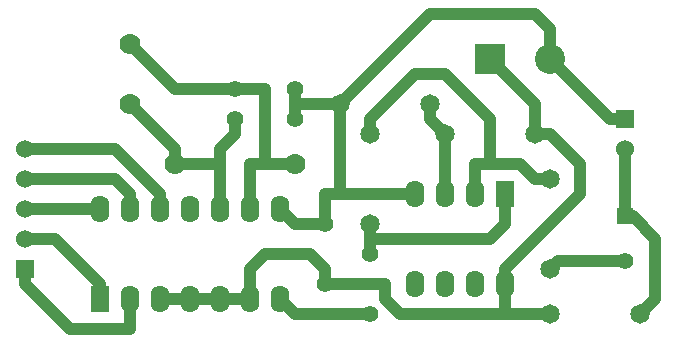
<source format=gbl>
G04 (created by PCBNEW (2013-mar-13)-testing) date mié 05 jun 2013 17:08:33 CEST*
%MOIN*%
G04 Gerber Fmt 3.4, Leading zero omitted, Abs format*
%FSLAX34Y34*%
G01*
G70*
G90*
G04 APERTURE LIST*
%ADD10C,0.005906*%
%ADD11R,0.062000X0.090000*%
%ADD12O,0.062000X0.090000*%
%ADD13R,0.055000X0.055000*%
%ADD14C,0.055000*%
%ADD15C,0.065000*%
%ADD16C,0.070000*%
%ADD17R,0.100000X0.100000*%
%ADD18C,0.100000*%
%ADD19R,0.060000X0.060000*%
%ADD20C,0.060000*%
%ADD21C,0.039370*%
G04 APERTURE END LIST*
G54D10*
G54D11*
X96000Y-53000D03*
G54D12*
X97000Y-53000D03*
X98000Y-53000D03*
X99000Y-53000D03*
X100000Y-53000D03*
X101000Y-53000D03*
X102000Y-53000D03*
X102000Y-50000D03*
X101000Y-50000D03*
X100000Y-50000D03*
X99000Y-50000D03*
X98000Y-50000D03*
X97000Y-50000D03*
X96000Y-50000D03*
G54D13*
X113500Y-50250D03*
G54D14*
X113500Y-51750D03*
X105000Y-51500D03*
X105000Y-53500D03*
X103500Y-52500D03*
X103500Y-50500D03*
X100500Y-46000D03*
X102500Y-46000D03*
X100500Y-47000D03*
X102500Y-47000D03*
G54D15*
X111000Y-53500D03*
X114000Y-53500D03*
X104000Y-46500D03*
X107000Y-46500D03*
X111000Y-52000D03*
X111000Y-49000D03*
X107500Y-47500D03*
X110500Y-47500D03*
X105000Y-47500D03*
X105000Y-50500D03*
G54D16*
X102500Y-48500D03*
X98500Y-48500D03*
G54D11*
X109500Y-49500D03*
G54D12*
X108500Y-49500D03*
X107500Y-49500D03*
X106500Y-49500D03*
X106500Y-52500D03*
X107500Y-52500D03*
X108500Y-52500D03*
X109500Y-52500D03*
G54D16*
X97000Y-46500D03*
X97000Y-44500D03*
G54D17*
X109000Y-45000D03*
G54D18*
X111000Y-45000D03*
G54D19*
X113500Y-47000D03*
G54D20*
X113500Y-48000D03*
G54D19*
X93500Y-52000D03*
G54D20*
X93500Y-51000D03*
X93500Y-50000D03*
X93500Y-49000D03*
X93500Y-48000D03*
G54D21*
X109000Y-45000D02*
X110500Y-46500D01*
X110500Y-46500D02*
X110500Y-47500D01*
X105500Y-52500D02*
X103500Y-52500D01*
X105500Y-53000D02*
X105500Y-52500D01*
X106000Y-53500D02*
X105500Y-53000D01*
X109500Y-53500D02*
X106000Y-53500D01*
X109500Y-53500D02*
X111000Y-53500D01*
X110500Y-47500D02*
X111000Y-47500D01*
X109500Y-52000D02*
X109500Y-52500D01*
X112000Y-49500D02*
X109500Y-52000D01*
X112000Y-48500D02*
X112000Y-49500D01*
X111000Y-47500D02*
X112000Y-48500D01*
X109500Y-52500D02*
X109500Y-53500D01*
X103500Y-52500D02*
X103500Y-52000D01*
X103500Y-52000D02*
X103000Y-51500D01*
X103000Y-51500D02*
X101500Y-51500D01*
X101500Y-51500D02*
X101000Y-52000D01*
X101000Y-52000D02*
X101000Y-53000D01*
X98000Y-53000D02*
X99000Y-53000D01*
X99000Y-53000D02*
X100000Y-53000D01*
X100000Y-53000D02*
X101000Y-53000D01*
X113000Y-47000D02*
X111000Y-45000D01*
X113500Y-47000D02*
X113000Y-47000D01*
X104000Y-46500D02*
X107000Y-43500D01*
X111000Y-44000D02*
X111000Y-45000D01*
X110500Y-43500D02*
X111000Y-44000D01*
X107000Y-43500D02*
X110500Y-43500D01*
X104000Y-46500D02*
X104000Y-49500D01*
X104000Y-46500D02*
X102500Y-46500D01*
X102500Y-46000D02*
X102500Y-46500D01*
X102500Y-46500D02*
X102500Y-47000D01*
X106500Y-49500D02*
X104000Y-49500D01*
X104000Y-49500D02*
X103500Y-49500D01*
X103500Y-49500D02*
X103500Y-50500D01*
X103500Y-50500D02*
X102500Y-50500D01*
X102500Y-50500D02*
X102000Y-50000D01*
X97000Y-46500D02*
X98500Y-48000D01*
X98500Y-48000D02*
X98500Y-48500D01*
X100500Y-47000D02*
X100500Y-47500D01*
X100000Y-48000D02*
X100000Y-48500D01*
X100500Y-47500D02*
X100000Y-48000D01*
X100000Y-50000D02*
X100000Y-48500D01*
X100000Y-48500D02*
X98500Y-48500D01*
X93500Y-48000D02*
X96500Y-48000D01*
X98000Y-49500D02*
X98000Y-50000D01*
X96500Y-48000D02*
X98000Y-49500D01*
X107000Y-46500D02*
X107000Y-47000D01*
X107000Y-47000D02*
X107500Y-47500D01*
X107500Y-47500D02*
X107500Y-49500D01*
X113500Y-48000D02*
X113500Y-50250D01*
X113500Y-50250D02*
X113750Y-50250D01*
X114500Y-53000D02*
X114000Y-53500D01*
X114500Y-51000D02*
X114500Y-53000D01*
X113750Y-50250D02*
X114500Y-51000D01*
X113500Y-51750D02*
X111250Y-51750D01*
X111250Y-51750D02*
X111000Y-52000D01*
X105000Y-51000D02*
X109000Y-51000D01*
X109500Y-50500D02*
X109500Y-49500D01*
X109000Y-51000D02*
X109500Y-50500D01*
X105000Y-51500D02*
X105000Y-51000D01*
X105000Y-51000D02*
X105000Y-50500D01*
X105000Y-47500D02*
X105000Y-47000D01*
X109000Y-47000D02*
X109000Y-48500D01*
X107500Y-45500D02*
X109000Y-47000D01*
X106500Y-45500D02*
X107500Y-45500D01*
X105000Y-47000D02*
X106500Y-45500D01*
X111000Y-49000D02*
X110500Y-49000D01*
X110000Y-48500D02*
X109000Y-48500D01*
X109000Y-48500D02*
X108500Y-48500D01*
X110500Y-49000D02*
X110000Y-48500D01*
X108500Y-48500D02*
X108500Y-49500D01*
X97000Y-44500D02*
X98500Y-46000D01*
X98500Y-46000D02*
X100500Y-46000D01*
X100500Y-46000D02*
X101500Y-46000D01*
X101500Y-46000D02*
X101500Y-48500D01*
X101000Y-50000D02*
X101000Y-48500D01*
X101000Y-48500D02*
X101500Y-48500D01*
X101500Y-48500D02*
X102500Y-48500D01*
X105000Y-53500D02*
X102500Y-53500D01*
X102500Y-53500D02*
X102000Y-53000D01*
X97000Y-50000D02*
X97000Y-49500D01*
X96500Y-49000D02*
X93500Y-49000D01*
X97000Y-49500D02*
X96500Y-49000D01*
X97000Y-53000D02*
X97000Y-54000D01*
X93500Y-52500D02*
X93500Y-52000D01*
X95000Y-54000D02*
X93500Y-52500D01*
X97000Y-54000D02*
X95000Y-54000D01*
X93500Y-51000D02*
X94500Y-51000D01*
X96000Y-52500D02*
X96000Y-53000D01*
X94500Y-51000D02*
X96000Y-52500D01*
X96000Y-50000D02*
X93500Y-50000D01*
M02*

</source>
